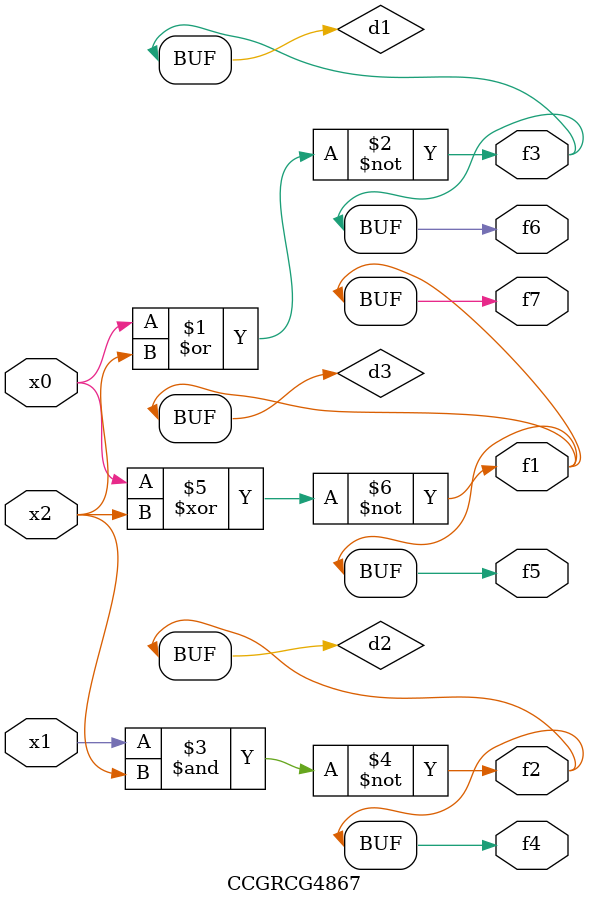
<source format=v>
module CCGRCG4867(
	input x0, x1, x2,
	output f1, f2, f3, f4, f5, f6, f7
);

	wire d1, d2, d3;

	nor (d1, x0, x2);
	nand (d2, x1, x2);
	xnor (d3, x0, x2);
	assign f1 = d3;
	assign f2 = d2;
	assign f3 = d1;
	assign f4 = d2;
	assign f5 = d3;
	assign f6 = d1;
	assign f7 = d3;
endmodule

</source>
